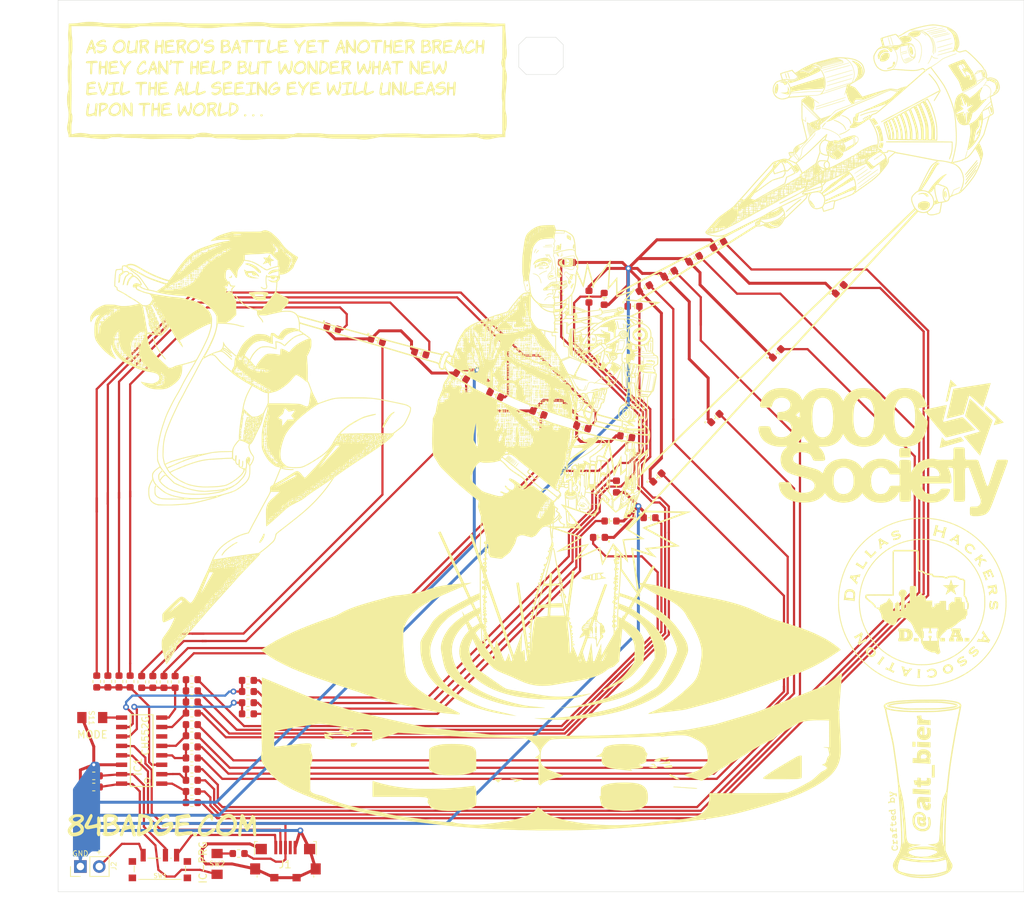
<source format=kicad_pcb>
(kicad_pcb (version 20171130) (host pcbnew "(5.1.0)-1")
  (title_block (title 84_Badge) (rev 1) (company "Created by @alt_bier a.k.a. Richard Gowen") (comment 1 84badge.com))
  (layers (0 F.Cu signal) (31 B.Cu signal) (34 B.Paste user) (35 F.Paste user) (36 B.SilkS user) (37 F.SilkS user) (38 B.Mask user) (39 F.Mask user) (44 Edge.Cuts user))
  (net 0 "")
  (net 1 GND)
  (net 2 V33)
  (net 3 VCC)
  (net 4 "Net-(D141-Pad2)")
  (net 5 "Net-(D142-Pad2)")
  (net 6 "Net-(D151-Pad2)")
  (net 7 "Net-(D152-Pad2)")
  (net 8 "Net-(D153-Pad2)")
  (net 9 "Net-(D154-Pad2)")
  (net 10 "Net-(D161-Pad2)")
  (net 11 "Net-(D162-Pad2)")
  (net 12 "Net-(D171-Pad2)")
  (net 13 "Net-(D172-Pad2)")
  (net 14 "Net-(D301-Pad2)")
  (net 15 "Net-(D302-Pad2)")
  (net 16 "Net-(D303-Pad2)")
  (net 17 "Net-(D304-Pad2)")
  (net 18 "Net-(D311-Pad2)")
  (net 19 "Net-(D312-Pad2)")
  (net 20 "Net-(D313-Pad2)")
  (net 21 "Net-(D314-Pad2)")
  (net 22 "Net-(D321-Pad2)")
  (net 23 "Net-(D322-Pad2)")
  (net 24 "Net-(D331-Pad2)")
  (net 25 "Net-(D332-Pad2)")
  (net 26 "Net-(D341-Pad2)")
  (net 27 "Net-(D342-Pad2)")
  (net 28 D-)
  (net 29 D+)
  (net 30 P3.4)
  (net 31 P3.3)
  (net 32 P1.1)
  (net 33 P3.0)
  (net 34 P3.1)
  (net 35 P1.7)
  (net 36 P1.6)
  (net 37 P1.5)
  (net 38 P1.4)
  (net 39 P3.2)
  (net 40 USB-PWR)
  (net 41 BAT-PWR)
  (net 42 "Net-(R1-Pad2)")
  (module 0_local:LED_0603_1608Metric_lowsilk (layer F.Cu) (at 119.9 69.8 344)
    (fp_text reference D301)
    (fp_text value Yellow)
    (pad 2 smd roundrect (at 0.7875 0 344) (size 0.875 0.95) (layers F.Cu F.Paste F.Mask) (net 14 "Net-(D301-Pad2)"))
    (pad 1 smd roundrect (at -0.7875 0 344) (size 0.875 0.95) (layers F.Cu F.Paste F.Mask) (net 1 GND))
  )
  (module 0_local:84_Badge_Silk_900dpi_127mm (layer F.Cu) (at 141.5 84.5)
    (fp_text reference G*** hide)
    (fp_text value LOGO hide)
  )
  (module 0_local:LED_0603_1608Metric_lowsilk (layer F.Cu) (at 165.456847 80.243153 45)
    (fp_text reference D162)
    (fp_text value Blue)
    (pad 2 smd roundrect (at 0.7875 0 45) (size 0.875 0.95) (layers F.Cu F.Paste F.Mask) (net 11 "Net-(D162-Pad2)"))
    (pad 1 smd roundrect (at -0.7875 0 45) (size 0.875 0.95) (layers F.Cu F.Paste F.Mask) (net 1 GND))
  )
  (module 0_local:LED_0603_1608Metric_lowsilk (layer F.Cu) (at 162.6 58.8 30)
    (fp_text reference D141)
    (fp_text value Blue)
    (pad 2 smd roundrect (at 0.7875 0 30) (size 0.875 0.95) (layers F.Cu F.Paste F.Mask) (net 4 "Net-(D141-Pad2)"))
    (pad 1 smd roundrect (at -0.7875 0 30) (size 0.875 0.95) (layers F.Cu F.Paste F.Mask) (net 1 GND))
  )
  (module 0_local:LED_0603_1608Metric_lowsilk (layer F.Cu) (at 173.747043 71.53352 46)
    (fp_text reference D142)
    (fp_text value Blue)
    (pad 2 smd roundrect (at 0.7875 0 46) (size 0.875 0.95) (layers F.Cu F.Paste F.Mask) (net 5 "Net-(D142-Pad2)"))
    (pad 1 smd roundrect (at -0.7875 0 46) (size 0.875 0.95) (layers F.Cu F.Paste F.Mask) (net 1 GND))
  )
  (module 0_local:LED_0603_1608Metric_lowsilk (layer F.Cu) (at 113.95 68.1 345)
    (fp_text reference D151)
    (fp_text value Yellow)
    (pad 2 smd roundrect (at 0.7875 0 345) (size 0.875 0.95) (layers F.Cu F.Paste F.Mask) (net 6 "Net-(D151-Pad2)"))
    (pad 1 smd roundrect (at -0.7875 0 345) (size 0.875 0.95) (layers F.Cu F.Paste F.Mask) (net 1 GND))
  )
  (module 0_local:LED_0603_1608Metric_lowsilk (layer F.Cu) (at 125.75 71.5 344)
    (fp_text reference D152)
    (fp_text value Yellow)
    (pad 2 smd roundrect (at 0.7875 0 344) (size 0.875 0.95) (layers F.Cu F.Paste F.Mask) (net 7 "Net-(D152-Pad2)"))
    (pad 1 smd roundrect (at -0.7875 0 344) (size 0.875 0.95) (layers F.Cu F.Paste F.Mask) (net 1 GND))
  )
  (module 0_local:LED_0603_1608Metric_lowsilk (layer F.Cu) (at 135.85 77.1 335)
    (fp_text reference D153)
    (fp_text value Yellow)
    (pad 2 smd roundrect (at 0.7875 0 335) (size 0.875 0.95) (layers F.Cu F.Paste F.Mask) (net 8 "Net-(D153-Pad2)"))
    (pad 1 smd roundrect (at -0.7875 0 335) (size 0.875 0.95) (layers F.Cu F.Paste F.Mask) (net 1 GND))
  )
  (module 0_local:LED_0603_1608Metric_lowsilk (layer F.Cu) (at 147.55 81.45 344)
    (fp_text reference D154)
    (fp_text value Yellow)
    (pad 2 smd roundrect (at 0.7875 0 344) (size 0.875 0.95) (layers F.Cu F.Paste F.Mask) (net 9 "Net-(D154-Pad2)"))
    (pad 1 smd roundrect (at -0.7875 0 344) (size 0.875 0.95) (layers F.Cu F.Paste F.Mask) (net 1 GND))
  )
  (module 0_local:LED_0603_1608Metric_lowsilk (layer F.Cu) (at 159.25 60.8 30)
    (fp_text reference D161)
    (fp_text value Blue)
    (pad 2 smd roundrect (at 0.7875 0 30) (size 0.875 0.95) (layers F.Cu F.Paste F.Mask) (net 10 "Net-(D161-Pad2)"))
    (pad 1 smd roundrect (at -0.7875 0 30) (size 0.875 0.95) (layers F.Cu F.Paste F.Mask) (net 1 GND))
  )
  (module 0_local:LED_0603_1608Metric_lowsilk (layer F.Cu) (at 155.9 62.75 30)
    (fp_text reference D171)
    (fp_text value Blue)
    (pad 2 smd roundrect (at 0.7875 0 30) (size 0.875 0.95) (layers F.Cu F.Paste F.Mask) (net 12 "Net-(D171-Pad2)"))
    (pad 1 smd roundrect (at -0.7875 0 30) (size 0.875 0.95) (layers F.Cu F.Paste F.Mask) (net 1 GND))
  )
  (module 0_local:LED_0603_1608Metric_lowsilk (layer F.Cu) (at 157.656847 88.243153 45)
    (fp_text reference D172)
    (fp_text value Blue)
    (pad 2 smd roundrect (at 0.7875 0 45) (size 0.875 0.95) (layers F.Cu F.Paste F.Mask) (net 13 "Net-(D172-Pad2)"))
    (pad 1 smd roundrect (at -0.7875 0 45) (size 0.875 0.95) (layers F.Cu F.Paste F.Mask) (net 1 GND))
  )
  (module 0_local:LED_0603_1608Metric_lowsilk (layer F.Cu) (at 131.25 74.6 328)
    (fp_text reference D302)
    (fp_text value Yellow)
    (pad 2 smd roundrect (at 0.7875 0 328) (size 0.875 0.95) (layers F.Cu F.Paste F.Mask) (net 15 "Net-(D302-Pad2)"))
    (pad 1 smd roundrect (at -0.7875 0 328) (size 0.875 0.95) (layers F.Cu F.Paste F.Mask) (net 1 GND))
  )
  (module 0_local:LED_0603_1608Metric_lowsilk (layer F.Cu) (at 141.65 79.55 340)
    (fp_text reference D303)
    (fp_text value Yellow)
    (pad 2 smd roundrect (at 0.7875 0 340) (size 0.875 0.95) (layers F.Cu F.Paste F.Mask) (net 16 "Net-(D303-Pad2)"))
    (pad 1 smd roundrect (at -0.7875 0 340) (size 0.875 0.95) (layers F.Cu F.Paste F.Mask) (net 1 GND))
  )
  (module 0_local:LED_0603_1608Metric_lowsilk (layer F.Cu) (at 153.45 82.75 351)
    (fp_text reference D304)
    (fp_text value Yellow)
    (pad 2 smd roundrect (at 0.7875 0 351) (size 0.875 0.95) (layers F.Cu F.Paste F.Mask) (net 17 "Net-(D304-Pad2)"))
    (pad 1 smd roundrect (at -0.7875 0 351) (size 0.875 0.95) (layers F.Cu F.Paste F.Mask) (net 1 GND))
  )
  (module 0_local:LED_0603_1608Metric_lowsilk (layer F.Cu) (at 154.45 65.2)
    (fp_text reference D311)
    (fp_text value Red)
    (pad 2 smd roundrect (at 0.7875 0) (size 0.875 0.95) (layers F.Cu F.Paste F.Mask) (net 18 "Net-(D311-Pad2)"))
    (pad 1 smd roundrect (at -0.7875 0) (size 0.875 0.95) (layers F.Cu F.Paste F.Mask) (net 1 GND))
  )
  (module 0_local:LED_0603_1608Metric_lowsilk (layer F.Cu) (at 148.45 63.9 270)
    (fp_text reference D312)
    (fp_text value Red)
    (pad 2 smd roundrect (at 0.7875 0 270) (size 0.875 0.95) (layers F.Cu F.Paste F.Mask) (net 19 "Net-(D312-Pad2)"))
    (pad 1 smd roundrect (at -0.7875 0 270) (size 0.875 0.95) (layers F.Cu F.Paste F.Mask) (net 1 GND))
  )
  (module 0_local:LED_0603_1608Metric_lowsilk (layer F.Cu) (at 156.6 93.65)
    (fp_text reference D313)
    (fp_text value Red)
    (pad 2 smd roundrect (at 0.7875 0) (size 0.875 0.95) (layers F.Cu F.Paste F.Mask) (net 20 "Net-(D313-Pad2)"))
    (pad 1 smd roundrect (at -0.7875 0) (size 0.875 0.95) (layers F.Cu F.Paste F.Mask) (net 1 GND))
  )
  (module 0_local:LED_0603_1608Metric_lowsilk (layer F.Cu) (at 149.8 96.3 180)
    (fp_text reference D314)
    (fp_text value Red)
    (pad 2 smd roundrect (at 0.7875 0 180) (size 0.875 0.95) (layers F.Cu F.Paste F.Mask) (net 21 "Net-(D314-Pad2)"))
    (pad 1 smd roundrect (at -0.7875 0 180) (size 0.875 0.95) (layers F.Cu F.Paste F.Mask) (net 1 GND))
  )
  (module 0_local:LED_0603_1608Metric_lowsilk (layer F.Cu) (at 165.9 56.9 30)
    (fp_text reference D321)
    (fp_text value Blue)
    (pad 2 smd roundrect (at 0.7875 0 30) (size 0.875 0.95) (layers F.Cu F.Paste F.Mask) (net 22 "Net-(D321-Pad2)"))
    (pad 1 smd roundrect (at -0.7875 0 30) (size 0.875 0.95) (layers F.Cu F.Paste F.Mask) (net 1 GND))
  )
  (module 0_local:LED_0603_1608Metric_lowsilk (layer F.Cu) (at 182.2 62.9 47)
    (fp_text reference D322)
    (fp_text value Blue)
    (pad 2 smd roundrect (at 0.7875 0 47) (size 0.875 0.95) (layers F.Cu F.Paste F.Mask) (net 23 "Net-(D322-Pad2)"))
    (pad 1 smd roundrect (at -0.7875 0 47) (size 0.875 0.95) (layers F.Cu F.Paste F.Mask) (net 1 GND))
  )
  (module 0_local:LED_0603_1608Metric_lowsilk (layer F.Cu) (at 145.5 59.3 180)
    (fp_text reference D331)
    (fp_text value Red)
    (pad 2 smd roundrect (at 0.7875 0 180) (size 0.875 0.95) (layers F.Cu F.Paste F.Mask) (net 24 "Net-(D331-Pad2)"))
    (pad 1 smd roundrect (at -0.7875 0 180) (size 0.875 0.95) (layers F.Cu F.Paste F.Mask) (net 1 GND))
  )
  (module 0_local:LED_0603_1608Metric_lowsilk (layer F.Cu) (at 152.15 89.4625 90)
    (fp_text reference D332)
    (fp_text value Red)
    (pad 2 smd roundrect (at 0.7875 0 90) (size 0.875 0.95) (layers F.Cu F.Paste F.Mask) (net 25 "Net-(D332-Pad2)"))
    (pad 1 smd roundrect (at -0.7875 0 90) (size 0.875 0.95) (layers F.Cu F.Paste F.Mask) (net 1 GND))
  )
  (module 0_local:LED_0603_1608Metric_lowsilk (layer F.Cu) (at 150.5 64.2 90)
    (fp_text reference D341)
    (fp_text value Red)
    (pad 2 smd roundrect (at 0.7875 0 90) (size 0.875 0.95) (layers F.Cu F.Paste F.Mask) (net 26 "Net-(D341-Pad2)"))
    (pad 1 smd roundrect (at -0.7875 0 90) (size 0.875 0.95) (layers F.Cu F.Paste F.Mask) (net 1 GND))
  )
  (module 0_local:LED_0603_1608Metric_lowsilk (layer F.Cu) (at 151.35 94.1 180)
    (fp_text reference D342)
    (fp_text value Red)
    (pad 2 smd roundrect (at 0.7875 0 180) (size 0.875 0.95) (layers F.Cu F.Paste F.Mask) (net 27 "Net-(D342-Pad2)"))
    (pad 1 smd roundrect (at -0.7875 0 180) (size 0.875 0.95) (layers F.Cu F.Paste F.Mask) (net 1 GND))
  )
  (module 0_local:SW_TS2306A240GFMSM9_C388290 (layer F.Cu) (at 81.6 120.55 180)
    (fp_text reference S11 (at 0.1 -0.05 -90 unlocked) (layer F.SilkS) (effects (font (size 0.7 0.7) (thickness 0.1))))
    (fp_text value SW_TS2306A)
    (fp_text user MODE (at 0 -2.3 180) (layer F.SilkS))
    (pad 2 smd rect (at 1.4 0 180) (size 1.25 1.5) (layers F.Cu F.Paste F.Mask) (net 1 GND))
    (pad 1 smd rect (at -1.4 0 180) (size 1.25 1.5) (layers F.Cu F.Paste F.Mask) (net 32 P1.1))
  )
  (module 0_local:R_0603_1608Metric (layer F.Cu) (at 88.25 115.75 90)
    (fp_text reference R301)
    (fp_text value "220 Ohms")
    (pad 2 smd roundrect (at 0.7875 0 90) (size 0.875 0.95) (layers F.Cu F.Paste F.Mask) (net 14 "Net-(D301-Pad2)"))
    (pad 1 smd roundrect (at -0.7875 0 90) (size 0.875 0.95) (layers F.Cu F.Paste F.Mask) (net 33 P3.0))
  )
  (module 0_local:R_0603_1608Metric (layer F.Cu) (at 89.75 115.75 90)
    (fp_text reference R302)
    (fp_text value "220 Ohms")
    (pad 2 smd roundrect (at 0.7875 0 90) (size 0.875 0.95) (layers F.Cu F.Paste F.Mask) (net 15 "Net-(D302-Pad2)"))
    (pad 1 smd roundrect (at -0.7875 0 90) (size 0.875 0.95) (layers F.Cu F.Paste F.Mask) (net 33 P3.0))
  )
  (module 0_local:SW_TS2306A240GFMSM9_C388290 (layer F.Cu) (at 98.4 140.25 90)
    (fp_text reference SW2 (at 0 0 unlocked) (layer F.SilkS) (effects (font (size 0.7 0.7) (thickness 0.1))))
    (fp_text value TS2306A)
    (fp_text user IC-PRG (at 0.2 -1.9 90) (layer F.SilkS))
    (pad 1 smd rect (at -1.4 0 90) (size 1.25 1.5) (layers F.Cu F.Paste F.Mask) (net 2 V33))
    (pad 2 smd rect (at 1.4 0 90) (size 1.25 1.5) (layers F.Cu F.Paste F.Mask) (net 42 "Net-(R1-Pad2)"))
  )
  (module 0_local:SW_SPDT_PCM12_C136659 (layer F.Cu) (at 90.7 140.9)
    (fp_text reference SW1 (at -0.925 0.95 unlocked) (layer F.SilkS) (effects (font (size 0.6 0.6) (thickness 0.1)) (justify left)))
    (fp_text value SPDT_C136659)
    (pad "" smd rect (at -3.7 -0.98) (size 1 0.9) (layers F.Cu F.Paste F.Mask))
    (pad "" smd rect (at 3.7 -0.98) (size 1 0.9) (layers F.Cu F.Paste F.Mask))
    (pad "" smd rect (at 3.7 1.23) (size 1 0.9) (layers F.Cu F.Paste F.Mask))
    (pad "" smd rect (at -3.7 1.23) (size 1 0.9) (layers F.Cu F.Paste F.Mask))
    (pad 3 smd rect (at 2.25 -1.83) (size 0.7 1.7) (layers F.Cu F.Paste F.Mask) (net 40 USB-PWR))
    (pad 2 smd rect (at 0.75 -1.83) (size 0.7 1.7) (layers F.Cu F.Paste F.Mask) (net 3 VCC))
    (pad 1 smd rect (at -2.25 -1.83) (size 0.7 1.7) (layers F.Cu F.Paste F.Mask) (net 41 BAT-PWR))
    (pad "" np_thru_hole circle (at 1.5 0.03) (size 0.9 0.9) (drill 0.9) (layers *.Cu *.Mask))
    (pad "" np_thru_hole circle (at -1.5 0.03) (size 0.9 0.9) (drill 0.9) (layers *.Cu *.Mask))
  )
  (module 0_local:C_0603_1608Metric (layer F.Cu) (at 81.8 129.9 180)
    (fp_text reference C1)
    (fp_text value 0.1uF/100nF)
    (pad 2 smd roundrect (at 0.7875 0 180) (size 0.875 0.95) (layers F.Cu F.Paste F.Mask) (net 1 GND))
    (pad 1 smd roundrect (at -0.7875 0 180) (size 0.875 0.95) (layers F.Cu F.Paste F.Mask) (net 2 V33))
  )
  (module 0_local:C_0603_1608Metric (layer F.Cu) (at 81.8 128.4 180)
    (fp_text reference C2)
    (fp_text value 0.1uF/100nF)
    (pad 1 smd roundrect (at -0.7875 0 180) (size 0.875 0.95) (layers F.Cu F.Paste F.Mask) (net 3 VCC))
    (pad 2 smd roundrect (at 0.7875 0 180) (size 0.875 0.95) (layers F.Cu F.Paste F.Mask) (net 1 GND))
  )
  (module 0_local:IC_SOIC-16_3.9x9.9mm_Pitch1.27mm (layer F.Cu) (at 88.25 125 180)
    (fp_text reference IC1 (at 0.5 -3.5 90 unlocked) (layer F.SilkS) (effects (justify left)))
    (fp_text value IC_CH552G)
    (fp_text user CH552G (at -0.5 2 90) (layer F.SilkS) (effects (font (size 0.9 0.9) (thickness 0.135))))
    (pad 16 smd rect (at 2.7 -4.445 180) (size 1.5 0.6) (layers F.Cu F.Paste F.Mask) (net 2 V33))
    (pad 15 smd rect (at 2.7 -3.175 180) (size 1.5 0.6) (layers F.Cu F.Paste F.Mask) (net 3 VCC))
    (pad 14 smd rect (at 2.7 -1.905 180) (size 1.5 0.6) (layers F.Cu F.Paste F.Mask) (net 1 GND))
    (pad 13 smd rect (at 2.7 -0.635 180) (size 1.5 0.6) (layers F.Cu F.Paste F.Mask) (net 28 D-))
    (pad 12 smd rect (at 2.7 0.635 180) (size 1.5 0.6) (layers F.Cu F.Paste F.Mask) (net 29 D+))
    (pad 11 smd rect (at 2.7 1.905 180) (size 1.5 0.6) (layers F.Cu F.Paste F.Mask) (net 30 P3.4))
    (pad 10 smd rect (at 2.7 3.175 180) (size 1.5 0.6) (layers F.Cu F.Paste F.Mask) (net 31 P3.3))
    (pad 9 smd rect (at 2.7 4.445 180) (size 1.5 0.6) (layers F.Cu F.Paste F.Mask) (net 32 P1.1))
    (pad 8 smd rect (at -2.7 4.445 180) (size 1.5 0.6) (layers F.Cu F.Paste F.Mask) (net 33 P3.0))
    (pad 7 smd rect (at -2.7 3.175 180) (size 1.5 0.6) (layers F.Cu F.Paste F.Mask) (net 34 P3.1))
    (pad 6 smd rect (at -2.7 1.905 180) (size 1.5 0.6) (layers F.Cu F.Paste F.Mask))
    (pad 5 smd rect (at -2.7 0.635 180) (size 1.5 0.6) (layers F.Cu F.Paste F.Mask) (net 35 P1.7))
    (pad 4 smd rect (at -2.7 -0.635 180) (size 1.5 0.6) (layers F.Cu F.Paste F.Mask) (net 36 P1.6))
    (pad 3 smd rect (at -2.7 -1.905 180) (size 1.5 0.6) (layers F.Cu F.Paste F.Mask) (net 37 P1.5))
    (pad 2 smd rect (at -2.7 -3.175 180) (size 1.5 0.6) (layers F.Cu F.Paste F.Mask) (net 38 P1.4))
    (pad 1 smd rect (at -2.7 -4.445 180) (size 1.5 0.6) (layers F.Cu F.Paste F.Mask) (net 39 P3.2))
  )
  (module 0_local:USB_Micro-B_Jing (layer F.Cu) (at 107.6 140.15)
    (fp_text reference J1 (at -1 0.175 unlocked) (layer F.SilkS) (effects (justify left)))
    (fp_text value USB_B_Micro)
    (pad 6 smd rect (at 1.5 1.95) (size 1.1 1) (layers F.Cu F.Paste F.Mask) (net 1 GND))
    (pad 6 smd rect (at -1.5 1.95) (size 1.1 1) (layers F.Cu F.Paste F.Mask) (net 1 GND))
    (pad 6 smd rect (at 4.075 0.77) (size 1.35 1.5) (layers F.Cu F.Paste F.Mask) (net 1 GND))
    (pad 6 smd rect (at -4.075 0.77) (size 1.35 1.5) (layers F.Cu F.Paste F.Mask) (net 1 GND))
    (pad "" np_thru_hole circle (at 2 -1.45) (size 0.5 0.5) (drill 0.5) (layers *.Cu *.Mask))
    (pad "" np_thru_hole circle (at -2 -1.45) (size 0.5 0.5) (drill 0.5) (layers *.Cu *.Mask))
    (pad 5 smd rect (at 1.3 -2.1) (size 0.4 1.8) (layers F.Cu F.Paste F.Mask) (net 1 GND))
    (pad 1 smd rect (at -1.3 -2.1) (size 0.4 1.8) (layers F.Cu F.Paste F.Mask) (net 40 USB-PWR))
    (pad 4 smd rect (at 0.65 -2.1) (size 0.4 1.8) (layers F.Cu F.Paste F.Mask))
    (pad 2 smd rect (at -0.65 -2.1) (size 0.4 1.8) (layers F.Cu F.Paste F.Mask) (net 28 D-))
    (pad 3 smd rect (at 0 -2.1) (size 0.4 1.8) (layers F.Cu F.Paste F.Mask) (net 29 D+))
    (pad 6 smd rect (at 3.25 -1.9) (size 1.5 1.4) (layers F.Cu F.Paste F.Mask) (net 1 GND))
    (pad 6 smd rect (at -3.25 -1.9) (size 1.5 1.4) (layers F.Cu F.Paste F.Mask) (net 1 GND))
  )
  (module 0_local:Conn_Pin_Header_Straight_1x02_Pitch2.54mm (layer F.Cu) (at 80 140.6 90)
    (fp_text reference J2 (at -0.6 4.5 90 unlocked) (layer F.SilkS) (effects (font (size 0.7 0.7) (thickness 0.1)) (justify left)))
    (fp_text value Conn_01x02)
    (fp_text user + (at 2 2.5) (layer F.SilkS) (effects (font (size 0.7 0.7) (thickness 0.1))))
    (fp_text user GND (at 1.75 0) (layer F.SilkS) (effects (font (size 0.7 0.7) (thickness 0.1))))
    (pad 2 thru_hole oval (at 0 2.54 90) (size 1.7 1.7) (drill 1) (layers *.Cu *.Mask) (net 41 BAT-PWR))
    (pad 1 thru_hole rect (at 0 0 90) (size 1.7 1.7) (drill 1) (layers *.Cu *.Mask) (net 1 GND))
  )
  (module 0_local:R_0603_1608Metric (layer F.Cu) (at 101.3 138.85 180)
    (fp_text reference R1)
    (fp_text value "10k Ohms")
    (pad 1 smd roundrect (at -0.7875 0 180) (size 0.875 0.95) (layers F.Cu F.Paste F.Mask) (net 29 D+))
    (pad 2 smd roundrect (at 0.7875 0 180) (size 0.875 0.95) (layers F.Cu F.Paste F.Mask) (net 42 "Net-(R1-Pad2)"))
  )
  (module 0_local:R_0603_1608Metric (layer F.Cu) (at 95 129)
    (fp_text reference R141)
    (fp_text value "220 Ohms")
    (pad 1 smd roundrect (at -0.7875 0) (size 0.875 0.95) (layers F.Cu F.Paste F.Mask) (net 38 P1.4))
    (pad 2 smd roundrect (at 0.7875 0) (size 0.875 0.95) (layers F.Cu F.Paste F.Mask) (net 4 "Net-(D141-Pad2)"))
  )
  (module 0_local:R_0603_1608Metric (layer F.Cu) (at 95 127.5)
    (fp_text reference R142)
    (fp_text value "220 Ohms")
    (pad 2 smd roundrect (at 0.7875 0) (size 0.875 0.95) (layers F.Cu F.Paste F.Mask) (net 5 "Net-(D142-Pad2)"))
    (pad 1 smd roundrect (at -0.7875 0) (size 0.875 0.95) (layers F.Cu F.Paste F.Mask) (net 38 P1.4))
  )
  (module 0_local:R_0603_1608Metric (layer F.Cu) (at 86.7 115.7 90)
    (fp_text reference R151)
    (fp_text value "220 Ohms")
    (pad 1 smd roundrect (at -0.7875 0 90) (size 0.875 0.95) (layers F.Cu F.Paste F.Mask) (net 37 P1.5))
    (pad 2 smd roundrect (at 0.7875 0 90) (size 0.875 0.95) (layers F.Cu F.Paste F.Mask) (net 6 "Net-(D151-Pad2)"))
  )
  (module 0_local:R_0603_1608Metric (layer F.Cu) (at 85.2 115.7 90)
    (fp_text reference R152)
    (fp_text value "220 Ohms")
    (pad 1 smd roundrect (at -0.7875 0 90) (size 0.875 0.95) (layers F.Cu F.Paste F.Mask) (net 37 P1.5))
    (pad 2 smd roundrect (at 0.7875 0 90) (size 0.875 0.95) (layers F.Cu F.Paste F.Mask) (net 7 "Net-(D152-Pad2)"))
  )
  (module 0_local:R_0603_1608Metric (layer F.Cu) (at 83.7 115.7 90)
    (fp_text reference R153)
    (fp_text value "220 Ohms")
    (pad 2 smd roundrect (at 0.7875 0 90) (size 0.875 0.95) (layers F.Cu F.Paste F.Mask) (net 8 "Net-(D153-Pad2)"))
    (pad 1 smd roundrect (at -0.7875 0 90) (size 0.875 0.95) (layers F.Cu F.Paste F.Mask) (net 37 P1.5))
  )
  (module 0_local:R_0603_1608Metric (layer F.Cu) (at 82.2 115.7 90)
    (fp_text reference R154)
    (fp_text value "220 Ohms")
    (pad 2 smd roundrect (at 0.7875 0 90) (size 0.875 0.95) (layers F.Cu F.Paste F.Mask) (net 9 "Net-(D154-Pad2)"))
    (pad 1 smd roundrect (at -0.7875 0 90) (size 0.875 0.95) (layers F.Cu F.Paste F.Mask) (net 37 P1.5))
  )
  (module 0_local:R_0603_1608Metric (layer F.Cu) (at 95 126)
    (fp_text reference R161)
    (fp_text value "220 Ohms")
    (pad 1 smd roundrect (at -0.7875 0) (size 0.875 0.95) (layers F.Cu F.Paste F.Mask) (net 36 P1.6))
    (pad 2 smd roundrect (at 0.7875 0) (size 0.875 0.95) (layers F.Cu F.Paste F.Mask) (net 10 "Net-(D161-Pad2)"))
  )
  (module 0_local:R_0603_1608Metric (layer F.Cu) (at 95 124.5)
    (fp_text reference R162)
    (fp_text value "220 Ohms")
    (pad 2 smd roundrect (at 0.7875 0) (size 0.875 0.95) (layers F.Cu F.Paste F.Mask) (net 11 "Net-(D162-Pad2)"))
    (pad 1 smd roundrect (at -0.7875 0) (size 0.875 0.95) (layers F.Cu F.Paste F.Mask) (net 36 P1.6))
  )
  (module 0_local:R_0603_1608Metric (layer F.Cu) (at 95 123)
    (fp_text reference R171)
    (fp_text value "220 Ohms")
    (pad 1 smd roundrect (at -0.7875 0) (size 0.875 0.95) (layers F.Cu F.Paste F.Mask) (net 35 P1.7))
    (pad 2 smd roundrect (at 0.7875 0) (size 0.875 0.95) (layers F.Cu F.Paste F.Mask) (net 12 "Net-(D171-Pad2)"))
  )
  (module 0_local:R_0603_1608Metric (layer F.Cu) (at 95 121.5)
    (fp_text reference R172)
    (fp_text value "220 Ohms")
    (pad 2 smd roundrect (at 0.7875 0) (size 0.875 0.95) (layers F.Cu F.Paste F.Mask) (net 13 "Net-(D172-Pad2)"))
    (pad 1 smd roundrect (at -0.7875 0) (size 0.875 0.95) (layers F.Cu F.Paste F.Mask) (net 35 P1.7))
  )
  (module 0_local:R_0603_1608Metric (layer F.Cu) (at 91.25 115.75 90)
    (fp_text reference R303)
    (fp_text value "220 Ohms")
    (pad 2 smd roundrect (at 0.7875 0 90) (size 0.875 0.95) (layers F.Cu F.Paste F.Mask) (net 16 "Net-(D303-Pad2)"))
    (pad 1 smd roundrect (at -0.7875 0 90) (size 0.875 0.95) (layers F.Cu F.Paste F.Mask) (net 33 P3.0))
  )
  (module 0_local:R_0603_1608Metric (layer F.Cu) (at 92.75 115.75 90)
    (fp_text reference R304)
    (fp_text value "220 Ohms")
    (pad 2 smd roundrect (at 0.7875 0 90) (size 0.875 0.95) (layers F.Cu F.Paste F.Mask) (net 17 "Net-(D304-Pad2)"))
    (pad 1 smd roundrect (at -0.7875 0 90) (size 0.875 0.95) (layers F.Cu F.Paste F.Mask) (net 33 P3.0))
  )
  (module 0_local:R_0603_1608Metric (layer F.Cu) (at 95 119.95)
    (fp_text reference R311)
    (fp_text value "220 Ohms")
    (pad 2 smd roundrect (at 0.7875 0) (size 0.875 0.95) (layers F.Cu F.Paste F.Mask) (net 18 "Net-(D311-Pad2)"))
    (pad 1 smd roundrect (at -0.7875 0) (size 0.875 0.95) (layers F.Cu F.Paste F.Mask) (net 34 P3.1))
  )
  (module 0_local:R_0603_1608Metric (layer F.Cu) (at 95 118.45)
    (fp_text reference R312)
    (fp_text value "220 Ohms")
    (pad 1 smd roundrect (at -0.7875 0) (size 0.875 0.95) (layers F.Cu F.Paste F.Mask) (net 34 P3.1))
    (pad 2 smd roundrect (at 0.7875 0) (size 0.875 0.95) (layers F.Cu F.Paste F.Mask) (net 19 "Net-(D312-Pad2)"))
  )
  (module 0_local:R_0603_1608Metric (layer F.Cu) (at 95 116.95)
    (fp_text reference R313)
    (fp_text value "220 Ohms")
    (pad 2 smd roundrect (at 0.7875 0) (size 0.875 0.95) (layers F.Cu F.Paste F.Mask) (net 20 "Net-(D313-Pad2)"))
    (pad 1 smd roundrect (at -0.7875 0) (size 0.875 0.95) (layers F.Cu F.Paste F.Mask) (net 34 P3.1))
  )
  (module 0_local:R_0603_1608Metric (layer F.Cu) (at 95 115.45)
    (fp_text reference R314)
    (fp_text value "220 Ohms")
    (pad 1 smd roundrect (at -0.7875 0) (size 0.875 0.95) (layers F.Cu F.Paste F.Mask) (net 34 P3.1))
    (pad 2 smd roundrect (at 0.7875 0) (size 0.875 0.95) (layers F.Cu F.Paste F.Mask) (net 21 "Net-(D314-Pad2)"))
  )
  (module 0_local:R_0603_1608Metric (layer F.Cu) (at 95 132)
    (fp_text reference R321)
    (fp_text value "220 Ohms")
    (pad 1 smd roundrect (at -0.7875 0) (size 0.875 0.95) (layers F.Cu F.Paste F.Mask) (net 39 P3.2))
    (pad 2 smd roundrect (at 0.7875 0) (size 0.875 0.95) (layers F.Cu F.Paste F.Mask) (net 22 "Net-(D321-Pad2)"))
  )
  (module 0_local:R_0603_1608Metric (layer F.Cu) (at 95 130.5)
    (fp_text reference R322)
    (fp_text value "220 Ohms")
    (pad 2 smd roundrect (at 0.7875 0) (size 0.875 0.95) (layers F.Cu F.Paste F.Mask) (net 23 "Net-(D322-Pad2)"))
    (pad 1 smd roundrect (at -0.7875 0) (size 0.875 0.95) (layers F.Cu F.Paste F.Mask) (net 39 P3.2))
  )
  (module 0_local:R_0603_1608Metric (layer F.Cu) (at 102.55 115.55)
    (fp_text reference R331)
    (fp_text value "220 Ohms")
    (pad 1 smd roundrect (at -0.7875 0) (size 0.875 0.95) (layers F.Cu F.Paste F.Mask) (net 31 P3.3))
    (pad 2 smd roundrect (at 0.7875 0) (size 0.875 0.95) (layers F.Cu F.Paste F.Mask) (net 24 "Net-(D331-Pad2)"))
  )
  (module 0_local:R_0603_1608Metric (layer F.Cu) (at 102.55 117.05)
    (fp_text reference R332)
    (fp_text value "220 Ohms")
    (pad 2 smd roundrect (at 0.7875 0) (size 0.875 0.95) (layers F.Cu F.Paste F.Mask) (net 25 "Net-(D332-Pad2)"))
    (pad 1 smd roundrect (at -0.7875 0) (size 0.875 0.95) (layers F.Cu F.Paste F.Mask) (net 31 P3.3))
  )
  (module 0_local:R_0603_1608Metric (layer F.Cu) (at 102.55 118.55)
    (fp_text reference R341)
    (fp_text value "220 Ohms")
    (pad 1 smd roundrect (at -0.7875 0) (size 0.875 0.95) (layers F.Cu F.Paste F.Mask) (net 30 P3.4))
    (pad 2 smd roundrect (at 0.7875 0) (size 0.875 0.95) (layers F.Cu F.Paste F.Mask) (net 26 "Net-(D341-Pad2)"))
  )
  (module 0_local:R_0603_1608Metric (layer F.Cu) (at 102.55 120.05)
    (fp_text reference R342)
    (fp_text value "220 Ohms")
    (pad 2 smd roundrect (at 0.7875 0) (size 0.875 0.95) (layers F.Cu F.Paste F.Mask) (net 27 "Net-(D342-Pad2)"))
    (pad 1 smd roundrect (at -0.7875 0) (size 0.875 0.95) (layers F.Cu F.Paste F.Mask) (net 30 P3.4))
  )
  (gr_line (start 139 30) (end 140 29) (layer Edge.Cuts) (width 0.05))
  (gr_line (start 139 33) (end 139 30) (layer Edge.Cuts) (width 0.05))
  (gr_line (start 140 34) (end 139 33) (layer Edge.Cuts) (width 0.05))
  (gr_line (start 144 34) (end 140 34) (layer Edge.Cuts) (width 0.05))
  (gr_line (start 145 33) (end 144 34) (layer Edge.Cuts) (width 0.05))
  (gr_line (start 145 30) (end 145 33) (layer Edge.Cuts) (width 0.05))
  (gr_line (start 144 29) (end 145 30) (layer Edge.Cuts) (width 0.05))
  (gr_line (start 140 29) (end 144 29) (layer Edge.Cuts) (width 0.05))
  (gr_line (start 77 144) (end 207 144) (layer Edge.Cuts) (width 0.05))
  (gr_line (start 77 24) (end 207 24) (layer Edge.Cuts) (width 0.05))
  (gr_line (start 77 144) (end 77 24) (layer Edge.Cuts) (width 0.05))
  (gr_line (start 207 144) (end 207 24) (layer Edge.Cuts) (width 0.05))
  (via (at 155.1 92.1) (size 0.8) (drill 0.4) (layers F.Cu B.Cu) (net 1))
  (via (at 109.6 135.75) (size 0.8) (drill 0.4) (layers F.Cu B.Cu) (net 1))
  (via (at 81.8 126.9) (size 0.8) (drill 0.4) (layers F.Cu B.Cu) (net 1))
  (segment (start 85.55 126.905) (end 81.8 126.9) (width 0.4) (layer F.Cu) (net 1))
  (segment (start 81.0125 129.9) (end 80 129) (width 0.4) (layer F.Cu) (net 1))
  (segment (start 80 129) (end 80 127.6) (width 0.4) (layer F.Cu) (net 1))
  (segment (start 81.0125 128.4) (end 81.008 127.208) (width 0.4) (layer F.Cu) (net 1))
  (segment (start 80 127.6) (end 81.008 127.208) (width 0.4) (layer F.Cu) (net 1))
  (segment (start 81.008 127.208) (end 81.8 126.9) (width 0.4) (layer F.Cu) (net 1))
  (segment (start 80 129.7) (end 81.8 126.9) (width 0.4) (layer B.Cu) (net 1))
  (segment (start 103.525 140.92) (end 100.4 140.25) (width 0.4) (layer F.Cu) (net 1))
  (segment (start 100.4 140.25) (end 96.9 140.25) (width 0.4) (layer F.Cu) (net 1))
  (segment (start 96.9 140.25) (end 96.4 139.65) (width 0.4) (layer F.Cu) (net 1))
  (segment (start 96.4 139.65) (end 96.4 138.25) (width 0.4) (layer F.Cu) (net 1))
  (segment (start 96.4 138.25) (end 97.1 137.55) (width 0.4) (layer F.Cu) (net 1))
  (segment (start 97.1 137.55) (end 102.8 137.55) (width 0.4) (layer F.Cu) (net 1))
  (segment (start 102.8 137.55) (end 104.35 138.25) (width 0.4) (layer F.Cu) (net 1))
  (segment (start 103.525 140.92) (end 106.1 142.1) (width 0.4) (layer F.Cu) (net 1))
  (segment (start 106.1 142.1) (end 109.1 142.1) (width 0.4) (layer F.Cu) (net 1))
  (segment (start 109.1 142.1) (end 111.675 140.92) (width 0.4) (layer F.Cu) (net 1))
  (segment (start 111.675 140.92) (end 110.85 138.25) (width 0.4) (layer F.Cu) (net 1))
  (segment (start 110.85 138.25) (end 109.6 135.75) (width 0.4) (layer F.Cu) (net 1))
  (segment (start 108.9 138.05) (end 109.6 135.75) (width 0.4) (layer F.Cu) (net 1))
  (segment (start 81.8 126.9) (end 81.8 124.45) (width 0.4) (layer F.Cu) (net 1))
  (segment (start 81.8 124.45) (end 80.2 120.55) (width 0.4) (layer F.Cu) (net 1))
  (segment (start 80 138.1) (end 80 140.6) (width 0.4) (layer B.Cu) (net 1))
  (segment (start 80.15 135.75) (end 80 135.6) (width 0.4) (layer B.Cu) (net 1))
  (segment (start 109.6 135.75) (end 80.15 135.75) (width 0.4) (layer B.Cu) (net 1))
  (segment (start 80 138.1) (end 80 135.6) (width 0.4) (layer B.Cu) (net 1))
  (segment (start 155.1 92.1) (end 155.1 109) (width 0.4) (layer B.Cu) (net 1))
  (segment (start 129.3 134.8) (end 80 134.8) (width 0.4) (layer B.Cu) (net 1))
  (segment (start 155.1 109) (end 129.3 134.8) (width 0.4) (layer B.Cu) (net 1))
  (segment (start 80 135.6) (end 80 134.8) (width 0.4) (layer B.Cu) (net 1))
  (segment (start 153.25 90.25) (end 155.1 92.1) (width 0.4) (layer F.Cu) (net 1))
  (segment (start 152.15 90.25) (end 153.25 90.25) (width 0.4) (layer F.Cu) (net 1))
  (segment (start 152.1375 94.1) (end 153.1 94.1) (width 0.4) (layer F.Cu) (net 1))
  (segment (start 153.1 94.1) (end 154.5 92.7) (width 0.4) (layer F.Cu) (net 1))
  (segment (start 154.5 92.7) (end 155.1 92.1) (width 0.4) (layer F.Cu) (net 1))
  (segment (start 98.64 133.7) (end 80 133.7) (width 0.4) (layer B.Cu) (net 1))
  (segment (start 80 134.8) (end 80 133.7) (width 0.4) (layer B.Cu) (net 1))
  (segment (start 85.55 129.445) (end 82.5875 129.9) (width 0.3) (layer F.Cu) (net 2))
  (segment (start 85.55 129.445) (end 86.6 129.5) (width 0.3) (layer F.Cu) (net 2))
  (segment (start 90.1 137.75) (end 90.5 141.05) (width 0.3) (layer F.Cu) (net 2))
  (segment (start 90.5 141.05) (end 91.6 141.95) (width 0.3) (layer F.Cu) (net 2))
  (segment (start 91.6 141.95) (end 92.7 141.95) (width 0.3) (layer F.Cu) (net 2))
  (segment (start 92.7 141.95) (end 93.6 141.05) (width 0.3) (layer F.Cu) (net 2))
  (segment (start 93.6 141.05) (end 96.1 141.05) (width 0.3) (layer F.Cu) (net 2))
  (segment (start 96.1 141.05) (end 98.4 141.65) (width 0.3) (layer F.Cu) (net 2))
  (segment (start 86.6 129.5) (end 87 129.5) (width 0.3) (layer F.Cu) (net 2))
  (segment (start 87 129.5) (end 88 130.5) (width 0.3) (layer F.Cu) (net 2))
  (segment (start 88 135.65) (end 90.1 137.75) (width 0.3) (layer F.Cu) (net 2))
  (segment (start 88 130.5) (end 88 135.65) (width 0.3) (layer F.Cu) (net 2))
  (segment (start 85.55 128.175) (end 82.5875 128.4) (width 0.3) (layer F.Cu) (net 3))
  (segment (start 87.1 128.2) (end 85.55 128.175) (width 0.3) (layer F.Cu) (net 3))
  (segment (start 91.45 138.57) (end 91.464707 138.555293) (width 0.3) (layer F.Cu) (net 3))
  (segment (start 91.45 139.07) (end 91.45 138.57) (width 0.3) (layer F.Cu) (net 3))
  (segment (start 91.464707 138.555293) (end 91.464707 138.164707) (width 0.3) (layer F.Cu) (net 3))
  (segment (start 91.464707 138.164707) (end 88.55 135.25) (width 0.3) (layer F.Cu) (net 3))
  (segment (start 88.55 135.25) (end 88.55 129.65) (width 0.3) (layer F.Cu) (net 3))
  (segment (start 88.55 129.65) (end 87.1 128.2) (width 0.3) (layer F.Cu) (net 3))
  (segment (start 168.375745 63.5) (end 163.281995 58.40625) (width 0.3) (layer F.Cu) (net 4))
  (segment (start 192.9 82.2) (end 174.2 63.5) (width 0.3) (layer F.Cu) (net 4))
  (segment (start 174.2 63.5) (end 168.375745 63.5) (width 0.3) (layer F.Cu) (net 4))
  (segment (start 192.9 103.7) (end 192.9 82.2) (width 0.3) (layer F.Cu) (net 4))
  (segment (start 96.8 129) (end 98 130.2) (width 0.3) (layer F.Cu) (net 4))
  (segment (start 95.7875 129) (end 96.8 129) (width 0.3) (layer F.Cu) (net 4))
  (segment (start 98 130.2) (end 98 132.19288) (width 0.3) (layer F.Cu) (net 4))
  (segment (start 98 132.19288) (end 98.9071 133.09998) (width 0.3) (layer F.Cu) (net 4))
  (segment (start 98.9071 133.09998) (end 163.50002 133.09998) (width 0.3) (layer F.Cu) (net 4))
  (segment (start 163.50002 133.09998) (end 192.9 103.7) (width 0.3) (layer F.Cu) (net 4))
  (segment (start 177.86704 70.96704) (end 174.294086 70.96704) (width 0.3) (layer F.Cu) (net 5))
  (segment (start 192.3 85.4) (end 177.86704 70.96704) (width 0.3) (layer F.Cu) (net 5))
  (segment (start 192.3 103.3) (end 192.3 85.4) (width 0.3) (layer F.Cu) (net 5))
  (segment (start 96.4 127.5) (end 98.5 129.6) (width 0.3) (layer F.Cu) (net 5))
  (segment (start 95.7875 127.5) (end 96.4 127.5) (width 0.3) (layer F.Cu) (net 5))
  (segment (start 98.5 129.6) (end 98.5 131.98576) (width 0.3) (layer F.Cu) (net 5))
  (segment (start 98.5 131.98576) (end 99.11421 132.59997) (width 0.3) (layer F.Cu) (net 5))
  (segment (start 99.11421 132.59997) (end 163.00003 132.59997) (width 0.3) (layer F.Cu) (net 5))
  (segment (start 163.00003 132.59997) (end 192.3 103.3) (width 0.3) (layer F.Cu) (net 5))
  (segment (start 160.350429 60.824684) (end 159.931995 60.40625) (width 0.3) (layer F.Cu) (net 10))
  (segment (start 163.5 63.974255) (end 160.350429 60.824684) (width 0.3) (layer F.Cu) (net 10))
  (segment (start 159.8 65.574255) (end 156.581995 62.35625) (width 0.3) (layer F.Cu) (net 12))
  (segment (start 159.8 80.4) (end 159.8 65.574255) (width 0.3) (layer F.Cu) (net 12))
  (segment (start 174.7 104.172612) (end 158.213694 87.686306) (width 0.3) (layer F.Cu) (net 13))
  (segment (start 96.325 132) (end 98.425 134.1) (width 0.3) (layer F.Cu) (net 22))
  (segment (start 98.425 134.1) (end 164.1 134.1) (width 0.3) (layer F.Cu) (net 22))
  (segment (start 164.1 134.1) (end 194.1 104.1) (width 0.3) (layer F.Cu) (net 22))
  (segment (start 95.7875 132) (end 96.325 132) (width 0.3) (layer F.Cu) (net 22))
  (segment (start 193.5 103.9) (end 193.5 68.6) (width 0.3) (layer F.Cu) (net 23))
  (segment (start 96.7 130.5) (end 97.5 131.3) (width 0.3) (layer F.Cu) (net 23))
  (segment (start 97.5 131.3) (end 97.5 132.4) (width 0.3) (layer F.Cu) (net 23))
  (segment (start 95.7875 130.5) (end 96.7 130.5) (width 0.3) (layer F.Cu) (net 23))
  (segment (start 97.5 132.4) (end 98.69999 133.59999) (width 0.3) (layer F.Cu) (net 23))
  (segment (start 98.69999 133.59999) (end 163.80001 133.59999) (width 0.3) (layer F.Cu) (net 23))
  (segment (start 163.80001 133.59999) (end 193.5 103.9) (width 0.3) (layer F.Cu) (net 23))
  (segment (start 187.630849 62.730849) (end 193.5 68.6) (width 0.3) (layer F.Cu) (net 23))
  (segment (start 183.143864 62.730849) (end 187.630849 62.730849) (width 0.3) (layer F.Cu) (net 23))
  (segment (start 182.737074 62.324059) (end 183.143864 62.730849) (width 0.3) (layer F.Cu) (net 23))
  (segment (start 150.488036 64.875536) (end 150.7 65.0875) (width 0.4) (layer F.Cu) (net 1))
  (segment (start 155.8125 92.8125) (end 155.8125 93.65) (width 0.4) (layer F.Cu) (net 1))
  (segment (start 155.1 92.1) (end 155.8125 92.8125) (width 0.4) (layer F.Cu) (net 1))
  (segment (start 151.8 96.3) (end 150.5875 96.3) (width 0.4) (layer F.Cu) (net 1))
  (segment (start 154.5 92.7) (end 154.5 93.6) (width 0.4) (layer F.Cu) (net 1))
  (segment (start 154.5 93.6) (end 151.8 96.3) (width 0.4) (layer F.Cu) (net 1))
  (segment (start 173.2 72.1) (end 163.4 62.3) (width 0.4) (layer F.Cu) (net 1))
  (segment (start 163.4 60.675745) (end 161.918005 59.19375) (width 0.4) (layer F.Cu) (net 1))
  (segment (start 163.4 62.3) (end 163.4 60.675745) (width 0.4) (layer F.Cu) (net 1))
  (segment (start 181.662926 63.475941) (end 180.286985 62.1) (width 0.4) (layer F.Cu) (net 1))
  (segment (start 170.024255 62.1) (end 165.218005 57.29375) (width 0.4) (layer F.Cu) (net 1))
  (segment (start 180.286985 62.1) (end 170.024255 62.1) (width 0.4) (layer F.Cu) (net 1))
  (segment (start 164.493414 80.393414) (end 164.493414 74.843414) (width 0.4) (layer F.Cu) (net 1))
  (segment (start 164.9 80.8) (end 164.493414 80.393414) (width 0.4) (layer F.Cu) (net 1))
  (segment (start 158.986439 61.612184) (end 158.568005 61.19375) (width 0.4) (layer F.Cu) (net 1))
  (segment (start 161.95 64.575745) (end 158.986439 61.612184) (width 0.4) (layer F.Cu) (net 1))
  (segment (start 161.95 72.3) (end 161.95 64.575745) (width 0.4) (layer F.Cu) (net 1))
  (segment (start 164.493414 74.843414) (end 161.95 72.3) (width 0.4) (layer F.Cu) (net 1))
  (segment (start 156.693414 88.393414) (end 156.693414 87.156586) (width 0.4) (layer F.Cu) (net 1))
  (segment (start 157.1 88.8) (end 156.693414 88.393414) (width 0.4) (layer F.Cu) (net 1))
  (segment (start 156.693414 87.156586) (end 158.2 85.65) (width 0.4) (layer F.Cu) (net 1))
  (segment (start 158.2 66.125745) (end 155.218005 63.14375) (width 0.4) (layer F.Cu) (net 1))
  (segment (start 158.2 85.65) (end 158.2 66.125745) (width 0.4) (layer F.Cu) (net 1))
  (segment (start 165.218005 56.653218) (end 164.814787 56.25) (width 0.4) (layer F.Cu) (net 1))
  (segment (start 165.218005 57.29375) (end 165.218005 56.653218) (width 0.4) (layer F.Cu) (net 1))
  (segment (start 164.814787 56.25) (end 157.6 56.25) (width 0.4) (layer F.Cu) (net 1))
  (segment (start 157.6 56.25) (end 153.75 60.1) (width 0.4) (layer F.Cu) (net 1))
  (segment (start 153.75 60.1) (end 153.7 60.15) (width 0.4) (layer F.Cu) (net 1))
  (via (at 153.75 60.1) (size 0.8) (drill 0.4) (layers F.Cu B.Cu) (net 1))
  (segment (start 154.149999 59.700001) (end 153.75 60.1) (width 0.4) (layer F.Cu) (net 1))
  (segment (start 155.074684 58.775316) (end 154.149999 59.700001) (width 0.4) (layer F.Cu) (net 1))
  (segment (start 161.499571 58.775316) (end 155.074684 58.775316) (width 0.4) (layer F.Cu) (net 1))
  (segment (start 161.918005 59.19375) (end 161.499571 58.775316) (width 0.4) (layer F.Cu) (net 1))
  (segment (start 158.149571 60.775316) (end 155.625316 60.775316) (width 0.4) (layer F.Cu) (net 1))
  (segment (start 158.568005 61.19375) (end 158.149571 60.775316) (width 0.4) (layer F.Cu) (net 1))
  (segment (start 154.95 60.1) (end 153.75 60.1) (width 0.4) (layer F.Cu) (net 1))
  (segment (start 155.625316 60.775316) (end 154.95 60.1) (width 0.4) (layer F.Cu) (net 1))
  (segment (start 155.218005 61.568005) (end 153.75 60.1) (width 0.4) (layer F.Cu) (net 1))
  (segment (start 155.218005 63.14375) (end 155.218005 61.568005) (width 0.4) (layer F.Cu) (net 1))
  (segment (start 153.6625 60.1875) (end 153.75 60.1) (width 0.4) (layer F.Cu) (net 1))
  (segment (start 153.6625 65.2) (end 153.6625 60.1875) (width 0.4) (layer F.Cu) (net 1))
  (segment (start 153.75 60.665685) (end 153.75 60.1) (width 0.4) (layer F.Cu) (net 1))
  (segment (start 153.75 62.3125) (end 153.75 60.665685) (width 0.4) (layer F.Cu) (net 1))
  (segment (start 151.075 64.9875) (end 153.75 62.3125) (width 0.4) (layer F.Cu) (net 1))
  (segment (start 150.5 64.9875) (end 151.075 64.9875) (width 0.4) (layer F.Cu) (net 1))
  (segment (start 153.184315 60.1) (end 153.75 60.1) (width 0.4) (layer F.Cu) (net 1))
  (segment (start 150.925 60.1) (end 153.184315 60.1) (width 0.4) (layer F.Cu) (net 1))
  (segment (start 148.45 62.575) (end 150.925 60.1) (width 0.4) (layer F.Cu) (net 1))
  (segment (start 148.45 63.1125) (end 148.45 62.575) (width 0.4) (layer F.Cu) (net 1))
  (segment (start 152.95 59.3) (end 153.75 60.1) (width 0.4) (layer F.Cu) (net 1))
  (segment (start 146.2875 59.3) (end 152.95 59.3) (width 0.4) (layer F.Cu) (net 1))
  (segment (start 153.75 78.59) (end 151.67 80.67) (width 0.4) (layer B.Cu) (net 1))
  (segment (start 153.75 60.1) (end 153.75 78.59) (width 0.4) (layer B.Cu) (net 1))
  (segment (start 152.1 80.24) (end 151.67 80.67) (width 0.4) (layer B.Cu) (net 1))
  (segment (start 151.67 80.67) (end 98.64 133.7) (width 0.4) (layer B.Cu) (net 1))
  (segment (start 152.129242 82.626808) (end 151.35605 83.4) (width 0.4) (layer F.Cu) (net 1))
  (segment (start 152.672195 82.626808) (end 152.129242 82.626808) (width 0.4) (layer F.Cu) (net 1))
  (segment (start 151.35605 83.4) (end 147.35 83.4) (width 0.4) (layer F.Cu) (net 1))
  (segment (start 146.793006 82.843006) (end 146.793006 81.232936) (width 0.4) (layer F.Cu) (net 1))
  (segment (start 147.35 83.4) (end 146.793006 82.843006) (width 0.4) (layer F.Cu) (net 1))
  (segment (start 146.793006 81.232936) (end 146.793006 79.843006) (width 0.4) (layer F.Cu) (net 1))
  (segment (start 146.793006 79.843006) (end 144.8 77.85) (width 0.4) (layer F.Cu) (net 1))
  (segment (start 142.340651 77.85) (end 140.909992 79.280659) (width 0.4) (layer F.Cu) (net 1))
  (segment (start 144.8 77.85) (end 142.340651 77.85) (width 0.4) (layer F.Cu) (net 1))
  (segment (start 140.909992 79.280659) (end 136.919341 79.280659) (width 0.4) (layer F.Cu) (net 1))
  (segment (start 136.919341 79.280659) (end 135.630659 79.280659) (width 0.4) (layer F.Cu) (net 1))
  (segment (start 134.708142 78.358142) (end 134.925 78.575) (width 0.4) (layer F.Cu) (net 1))
  (segment (start 134.708142 77.195329) (end 134.708142 78.358142) (width 0.4) (layer F.Cu) (net 1))
  (segment (start 135.136283 76.767188) (end 134.708142 77.195329) (width 0.4) (layer F.Cu) (net 1))
  (segment (start 135.630659 79.280659) (end 134.925 78.575) (width 0.4) (layer F.Cu) (net 1))
  (segment (start 134.925 78.575) (end 134.8 78.45) (width 0.4) (layer F.Cu) (net 1))
  (segment (start 118.587876 69.582936) (end 119.143006 69.582936) (width 0.4) (layer F.Cu) (net 1))
  (segment (start 114.284334 69.582936) (end 118.587876 69.582936) (width 0.4) (layer F.Cu) (net 1))
  (segment (start 113.189333 68.487935) (end 114.284334 69.582936) (width 0.4) (layer F.Cu) (net 1))
  (segment (start 113.189333 67.89618) (end 113.189333 68.487935) (width 0.4) (layer F.Cu) (net 1))
  (segment (start 124.568589 70.858519) (end 124.568589 69.918589) (width 0.4) (layer F.Cu) (net 1))
  (segment (start 124.993006 71.282936) (end 124.568589 70.858519) (width 0.4) (layer F.Cu) (net 1))
  (segment (start 124.568589 69.918589) (end 123.15 68.5) (width 0.4) (layer F.Cu) (net 1))
  (segment (start 120.225942 68.5) (end 119.143006 69.582936) (width 0.4) (layer F.Cu) (net 1))
  (segment (start 123.15 68.5) (end 120.225942 68.5) (width 0.4) (layer F.Cu) (net 1))
  (segment (start 129.968146 74.182689) (end 130.582162 74.182689) (width 0.4) (layer F.Cu) (net 1))
  (segment (start 127.298617 74.182689) (end 129.968146 74.182689) (width 0.4) (layer F.Cu) (net 1))
  (segment (start 124.993006 71.877078) (end 127.298617 74.182689) (width 0.4) (layer F.Cu) (net 1))
  (segment (start 124.993006 71.282936) (end 124.993006 71.877078) (width 0.4) (layer F.Cu) (net 1))
  (segment (start 130.997582 73.767269) (end 133.417269 73.767269) (width 0.4) (layer F.Cu) (net 1))
  (segment (start 130.582162 74.182689) (end 130.997582 73.767269) (width 0.4) (layer F.Cu) (net 1))
  (segment (start 133.417269 73.767269) (end 133.417269 73.767269) (width 0.4) (layer F.Cu) (net 1))
  (via (at 133.417269 73.767269) (size 0.8) (drill 0.4) (layers F.Cu B.Cu) (net 1))
  (segment (start 135.136283 75.486283) (end 133.417269 73.767269) (width 0.4) (layer F.Cu) (net 1))
  (segment (start 135.136283 76.767188) (end 135.136283 75.486283) (width 0.4) (layer F.Cu) (net 1))
  (segment (start 133.01727 74.167268) (end 133.01727 97.23273) (width 0.4) (layer B.Cu) (net 1))
  (segment (start 133.417269 73.767269) (end 133.01727 74.167268) (width 0.4) (layer B.Cu) (net 1))
  (segment (start 98.3 131.95) (end 80 131.95) (width 0.4) (layer B.Cu) (net 1))
  (segment (start 133.01727 97.23273) (end 98.3 131.95) (width 0.4) (layer B.Cu) (net 1))
  (segment (start 80 133.7) (end 80 131.95) (width 0.4) (layer B.Cu) (net 1))
  (segment (start 80 131.95) (end 80 129.7) (width 0.4) (layer B.Cu) (net 1))
  (segment (start 86.7 113.25) (end 86.7 114.9125) (width 0.3) (layer F.Cu) (net 6))
  (segment (start 86.7 75.7) (end 86.7 90.8) (width 0.3) (layer F.Cu) (net 6))
  (segment (start 97.05 65.35) (end 86.7 75.7) (width 0.3) (layer F.Cu) (net 6))
  (segment (start 114.95 65.35) (end 97.05 65.35) (width 0.3) (layer F.Cu) (net 6))
  (segment (start 86.7 90.8) (end 86.7 113.25) (width 0.3) (layer F.Cu) (net 6))
  (segment (start 86.7 90.1) (end 86.7 90.8) (width 0.3) (layer F.Cu) (net 6))
  (segment (start 115.2636 68.30382) (end 115.85 67.71742) (width 0.3) (layer F.Cu) (net 6))
  (segment (start 115.85 67.71742) (end 115.85 66.25) (width 0.3) (layer F.Cu) (net 6))
  (segment (start 114.710667 68.30382) (end 115.2636 68.30382) (width 0.3) (layer F.Cu) (net 6))
  (segment (start 115.85 66.25) (end 114.95 65.35) (width 0.3) (layer F.Cu) (net 6))
  (segment (start 95.85 64.7) (end 85.2 75.35) (width 0.3) (layer F.Cu) (net 7))
  (segment (start 85.2 91) (end 85.2 114.9125) (width 0.3) (layer F.Cu) (net 7))
  (segment (start 85.2 90.25) (end 85.2 91) (width 0.3) (layer F.Cu) (net 7))
  (segment (start 85.2 75.35) (end 85.2 91) (width 0.3) (layer F.Cu) (net 7))
  (segment (start 126.506994 71.717064) (end 126.958365 71.265693) (width 0.3) (layer F.Cu) (net 7))
  (segment (start 126.958365 71.265693) (end 126.958365 69.958365) (width 0.3) (layer F.Cu) (net 7))
  (segment (start 126.958365 69.958365) (end 121.7 64.7) (width 0.3) (layer F.Cu) (net 7))
  (segment (start 121.7 64.7) (end 95.85 64.7) (width 0.3) (layer F.Cu) (net 7))
  (segment (start 83.7 75.75) (end 83.7 91.8) (width 0.3) (layer F.Cu) (net 8))
  (segment (start 95.45 64) (end 83.7 75.75) (width 0.3) (layer F.Cu) (net 8))
  (segment (start 83.7 91.8) (end 83.7 114.9125) (width 0.3) (layer F.Cu) (net 8))
  (segment (start 83.7 90.3) (end 83.7 91.8) (width 0.3) (layer F.Cu) (net 8))
  (segment (start 136.563717 77.432812) (end 137.146445 77.432812) (width 0.3) (layer F.Cu) (net 8))
  (segment (start 137.146445 77.432812) (end 137.55 77.029257) (width 0.3) (layer F.Cu) (net 8))
  (segment (start 137.55 77.029257) (end 137.55 70.85) (width 0.3) (layer F.Cu) (net 8))
  (segment (start 130.7 64) (end 95.45 64) (width 0.3) (layer F.Cu) (net 8))
  (segment (start 137.55 70.85) (end 130.7 64) (width 0.3) (layer F.Cu) (net 8))
  (segment (start 82.2 76.35) (end 82.2 92.85) (width 0.3) (layer F.Cu) (net 9))
  (segment (start 95.2 63.35) (end 82.2 76.35) (width 0.3) (layer F.Cu) (net 9))
  (segment (start 82.2 92.85) (end 82.2 114.9125) (width 0.3) (layer F.Cu) (net 9))
  (segment (start 82.2 91) (end 82.2 92.85) (width 0.3) (layer F.Cu) (net 9))
  (segment (start 148.306994 81.667064) (end 149.35 80.624058) (width 0.3) (layer F.Cu) (net 9))
  (segment (start 139.65 71.8) (end 131.2 63.35) (width 0.3) (layer F.Cu) (net 9))
  (segment (start 149.35 80.624058) (end 149.35 79.45) (width 0.3) (layer F.Cu) (net 9))
  (segment (start 131.2 63.35) (end 95.2 63.35) (width 0.3) (layer F.Cu) (net 9))
  (segment (start 149.35 79.45) (end 141.7 71.8) (width 0.3) (layer F.Cu) (net 9))
  (segment (start 141.7 71.8) (end 139.65 71.8) (width 0.3) (layer F.Cu) (net 9))
  (segment (start 176.85 83.15) (end 163.5 69.8) (width 0.3) (layer F.Cu) (net 10))
  (segment (start 165.65 128.8) (end 176.85 117.6) (width 0.3) (layer F.Cu) (net 10))
  (segment (start 163.5 65.8) (end 163.5 63.974255) (width 0.3) (layer F.Cu) (net 10))
  (segment (start 163.5 69.8) (end 163.5 65.8) (width 0.3) (layer F.Cu) (net 10))
  (segment (start 163.5 67.7) (end 163.5 65.8) (width 0.3) (layer F.Cu) (net 10))
  (segment (start 95.7875 126) (end 96.325 126) (width 0.3) (layer F.Cu) (net 10))
  (segment (start 96.325 126) (end 96.325 126.025) (width 0.3) (layer F.Cu) (net 10))
  (segment (start 96.325 126.025) (end 99.1 128.8) (width 0.3) (layer F.Cu) (net 10))
  (segment (start 176.85 117.6) (end 176.85 83.15) (width 0.3) (layer F.Cu) (net 10))
  (segment (start 99.1 128.8) (end 165.65 128.8) (width 0.3) (layer F.Cu) (net 10))
  (segment (start 176.05 89.722612) (end 166.013694 79.686306) (width 0.3) (layer F.Cu) (net 11))
  (segment (start 176.05 117.3) (end 176.05 89.722612) (width 0.3) (layer F.Cu) (net 11))
  (segment (start 165.25 128.1) (end 176.05 117.3) (width 0.3) (layer F.Cu) (net 11))
  (segment (start 99.925 128.1) (end 165.25 128.1) (width 0.3) (layer F.Cu) (net 11))
  (segment (start 95.7875 124.5) (end 96.325 124.5) (width 0.3) (layer F.Cu) (net 11))
  (segment (start 96.325 124.5) (end 99.925 128.1) (width 0.3) (layer F.Cu) (net 11))
  (segment (start 159.8 80.4) (end 159.8 83.5) (width 0.3) (layer F.Cu) (net 12))
  (segment (start 95.7875 123) (end 100.1 127.3125) (width 0.3) (layer F.Cu) (net 12))
  (segment (start 100.1 127.3125) (end 165.14462 127.3125) (width 0.3) (layer F.Cu) (net 12))
  (segment (start 175.200008 98.900008) (end 172.75 96.45) (width 0.3) (layer F.Cu) (net 12))
  (segment (start 165.14462 127.3125) (end 175.200008 117.257112) (width 0.3) (layer F.Cu) (net 12))
  (segment (start 159.8 83.5) (end 172.75 96.45) (width 0.3) (layer F.Cu) (net 12))
  (segment (start 175.200008 117.257112) (end 175.200008 98.900008) (width 0.3) (layer F.Cu) (net 12))
  (segment (start 174.7 117.05) (end 174.7 116.35) (width 0.3) (layer F.Cu) (net 13))
  (segment (start 165.4375 126.3125) (end 174.7 117.05) (width 0.3) (layer F.Cu) (net 13))
  (segment (start 100.6 126.3125) (end 165.4375 126.3125) (width 0.3) (layer F.Cu) (net 13))
  (segment (start 95.7875 121.5) (end 100.6 126.3125) (width 0.3) (layer F.Cu) (net 13))
  (segment (start 174.7 116.9) (end 174.7 116.35) (width 0.3) (layer F.Cu) (net 13))
  (segment (start 174.7 116.35) (end 174.7 104.172612) (width 0.3) (layer F.Cu) (net 13))
  (segment (start 88.25 114.425) (end 93.425 109.25) (width 0.3) (layer F.Cu) (net 14))
  (segment (start 88.25 114.9625) (end 88.25 114.425) (width 0.3) (layer F.Cu) (net 14))
  (segment (start 120.656994 70.017064) (end 120.656994 90.543006) (width 0.3) (layer F.Cu) (net 14))
  (segment (start 120.656994 90.543006) (end 101.95 109.25) (width 0.3) (layer F.Cu) (net 14))
  (segment (start 101.95 109.25) (end 95.05 109.25) (width 0.3) (layer F.Cu) (net 14))
  (segment (start 93.425 109.25) (end 95.05 109.25) (width 0.3) (layer F.Cu) (net 14))
  (segment (start 95.05 109.25) (end 96.65 109.25) (width 0.3) (layer F.Cu) (net 14))
  (segment (start 89.75 114.425) (end 93.925 110.25) (width 0.3) (layer F.Cu) (net 15))
  (segment (start 89.75 114.9625) (end 89.75 114.425) (width 0.3) (layer F.Cu) (net 15))
  (segment (start 131.917838 75.017311) (end 131.917838 80.632162) (width 0.3) (layer F.Cu) (net 15))
  (segment (start 102.3 110.25) (end 96.4 110.25) (width 0.3) (layer F.Cu) (net 15))
  (segment (start 131.917838 80.632162) (end 102.3 110.25) (width 0.3) (layer F.Cu) (net 15))
  (segment (start 93.925 110.25) (end 96.4 110.25) (width 0.3) (layer F.Cu) (net 15))
  (segment (start 96.4 110.25) (end 96.95 110.25) (width 0.3) (layer F.Cu) (net 15))
  (segment (start 141.948903 80.260446) (end 141.948903 86.651097) (width 0.3) (layer F.Cu) (net 16))
  (segment (start 142.390008 79.819341) (end 141.948903 80.260446) (width 0.3) (layer F.Cu) (net 16))
  (segment (start 117.4 111.2) (end 130.45 98.15) (width 0.3) (layer F.Cu) (net 16))
  (segment (start 94.475 111.2) (end 117.4 111.2) (width 0.3) (layer F.Cu) (net 16))
  (segment (start 91.25 114.425) (end 94.475 111.2) (width 0.3) (layer F.Cu) (net 16))
  (segment (start 91.25 114.9625) (end 91.25 114.425) (width 0.3) (layer F.Cu) (net 16))
  (segment (start 141.948903 86.651097) (end 130.45 98.15) (width 0.3) (layer F.Cu) (net 16))
  (segment (start 130.45 98.15) (end 129.7 98.9) (width 0.3) (layer F.Cu) (net 16))
  (segment (start 149.750997 87.35) (end 142.3 87.35) (width 0.3) (layer F.Cu) (net 17))
  (segment (start 154.227805 82.873192) (end 149.750997 87.35) (width 0.3) (layer F.Cu) (net 17))
  (segment (start 117.75 111.9) (end 131.2 98.45) (width 0.3) (layer F.Cu) (net 17))
  (segment (start 95.275 111.9) (end 117.75 111.9) (width 0.3) (layer F.Cu) (net 17))
  (segment (start 92.75 114.425) (end 95.275 111.9) (width 0.3) (layer F.Cu) (net 17))
  (segment (start 92.75 114.9625) (end 92.75 114.425) (width 0.3) (layer F.Cu) (net 17))
  (segment (start 142.3 87.35) (end 131.2 98.45) (width 0.3) (layer F.Cu) (net 17))
  (segment (start 131.2 98.45) (end 130 99.65) (width 0.3) (layer F.Cu) (net 17))
  (segment (start 155.2375 65.2) (end 155.2375 67.7875) (width 0.3) (layer F.Cu) (net 18))
  (segment (start 155.2375 67.7875) (end 155.2375 77.58038) (width 0.3) (layer F.Cu) (net 18))
  (segment (start 155.2375 77.58038) (end 156.45356 78.79644) (width 0.3) (layer F.Cu) (net 18))
  (segment (start 156.70001 85.45711) (end 155.60001 86.55711) (width 0.3) (layer F.Cu) (net 18))
  (segment (start 156.45356 78.79644) (end 156.70001 79.04289) (width 0.3) (layer F.Cu) (net 18))
  (segment (start 156.70001 79.04289) (end 156.70001 85.45711) (width 0.3) (layer F.Cu) (net 18))
  (segment (start 155.60001 86.55711) (end 155.60001 89.49289) (width 0.3) (layer F.Cu) (net 18))
  (segment (start 155.60001 89.49289) (end 157.05356 90.94644) (width 0.3) (layer F.Cu) (net 18))
  (segment (start 158.00356 90.94644) (end 159.2 92.14288) (width 0.3) (layer F.Cu) (net 18))
  (segment (start 157.05356 90.94644) (end 158.00356 90.94644) (width 0.3) (layer F.Cu) (net 18))
  (segment (start 159.2 92.14288) (end 159.2 95.65) (width 0.3) (layer F.Cu) (net 18))
  (segment (start 159.2 95.65) (end 159.2 109.4) (width 0.3) (layer F.Cu) (net 18))
  (segment (start 159.2 109.4) (end 151.725 116.875) (width 0.3) (layer F.Cu) (net 18))
  (segment (start 151.725 116.875) (end 151.6 117) (width 0.3) (layer F.Cu) (net 18))
  (segment (start 145.4 123.2) (end 148.975 119.625) (width 0.3) (layer F.Cu) (net 18))
  (segment (start 99.575 123.2) (end 145.4 123.2) (width 0.3) (layer F.Cu) (net 18))
  (segment (start 96.325 119.95) (end 99.575 123.2) (width 0.3) (layer F.Cu) (net 18))
  (segment (start 95.7875 119.95) (end 96.325 119.95) (width 0.3) (layer F.Cu) (net 18))
  (segment (start 148.65 119.95) (end 148.975 119.625) (width 0.3) (layer F.Cu) (net 18))
  (segment (start 148.975 119.625) (end 151.725 116.875) (width 0.3) (layer F.Cu) (net 18))
  (segment (start 148.45 64.6875) (end 148.45 65.225) (width 0.3) (layer F.Cu) (net 19))
  (segment (start 148.45 65.225) (end 148.45 67.3) (width 0.3) (layer F.Cu) (net 19))
  (segment (start 148.45 67.3) (end 148.45 71.5) (width 0.3) (layer F.Cu) (net 19))
  (segment (start 148.45 71.5) (end 156.2 79.25) (width 0.3) (layer F.Cu) (net 19))
  (segment (start 156.2 79.25) (end 156.2 85.25) (width 0.3) (layer F.Cu) (net 19))
  (segment (start 156.2 85.25) (end 155.2 86.25) (width 0.3) (layer F.Cu) (net 19))
  (segment (start 155.2 86.25) (end 155.1 86.35) (width 0.3) (layer F.Cu) (net 19))
  (segment (start 155.1 86.35) (end 155.1 89.7) (width 0.3) (layer F.Cu) (net 19))
  (segment (start 155.1 89.7) (end 157 91.6) (width 0.3) (layer F.Cu) (net 19))
  (segment (start 157 91.6) (end 157.95 91.6) (width 0.3) (layer F.Cu) (net 19))
  (segment (start 157.95 91.6) (end 158.7 92.35) (width 0.3) (layer F.Cu) (net 19))
  (segment (start 158.7 92.35) (end 158.7 95.7) (width 0.3) (layer F.Cu) (net 19))
  (segment (start 158.7 95.7) (end 158.7 109.19288) (width 0.3) (layer F.Cu) (net 19))
  (segment (start 151.224992 116.667888) (end 151.57144 116.32144) (width 0.3) (layer F.Cu) (net 19))
  (segment (start 149.44288 118.45) (end 151.224992 116.667888) (width 0.3) (layer F.Cu) (net 19))
  (segment (start 151.57144 116.32144) (end 151.39644 116.49644) (width 0.3) (layer F.Cu) (net 19))
  (segment (start 145.19289 122.69999) (end 151.82144 116.07144) (width 0.3) (layer F.Cu) (net 19))
  (segment (start 100.03749 122.69999) (end 145.19289 122.69999) (width 0.3) (layer F.Cu) (net 19))
  (segment (start 95.7875 118.45) (end 100.03749 122.69999) (width 0.3) (layer F.Cu) (net 19))
  (segment (start 158.7 109.19288) (end 151.82144 116.07144) (width 0.3) (layer F.Cu) (net 19))
  (segment (start 151.82144 116.07144) (end 151.57144 116.32144) (width 0.3) (layer F.Cu) (net 19))
  (segment (start 158.19999 94.46249) (end 158.19999 108.98577) (width 0.3) (layer F.Cu) (net 20))
  (segment (start 157.3875 93.65) (end 158.19999 94.46249) (width 0.3) (layer F.Cu) (net 20))
  (segment (start 150.23576 116.95) (end 151.69288 115.49288) (width 0.3) (layer F.Cu) (net 20))
  (segment (start 151.69288 115.49288) (end 151.39288 115.79288) (width 0.3) (layer F.Cu) (net 20))
  (segment (start 144.98578 122.19998) (end 152.21788 114.96788) (width 0.3) (layer F.Cu) (net 20))
  (segment (start 101.03748 122.19998) (end 144.98578 122.19998) (width 0.3) (layer F.Cu) (net 20))
  (segment (start 95.7875 116.95) (end 101.03748 122.19998) (width 0.3) (layer F.Cu) (net 20))
  (segment (start 158.19999 108.98577) (end 152.21788 114.96788) (width 0.3) (layer F.Cu) (net 20))
  (segment (start 152.21788 114.96788) (end 151.69288 115.49288) (width 0.3) (layer F.Cu) (net 20))
  (segment (start 149.0125 96.3) (end 149.0125 97.1625) (width 0.3) (layer F.Cu) (net 21))
  (segment (start 149.0125 97.1625) (end 150.7 98.85) (width 0.3) (layer F.Cu) (net 21))
  (segment (start 150.7 98.85) (end 155.55 98.85) (width 0.3) (layer F.Cu) (net 21))
  (segment (start 155.55 98.85) (end 157.69998 100.99998) (width 0.3) (layer F.Cu) (net 21))
  (segment (start 157.69998 100.99998) (end 157.69998 108.77866) (width 0.3) (layer F.Cu) (net 21))
  (segment (start 151.02864 115.45) (end 152.06432 114.41432) (width 0.3) (layer F.Cu) (net 21))
  (segment (start 157.69998 108.77866) (end 152.06432 114.41432) (width 0.3) (layer F.Cu) (net 21))
  (segment (start 152.06432 114.41432) (end 151.72864 114.75) (width 0.3) (layer F.Cu) (net 21))
  (segment (start 102.03747 121.69997) (end 102.64997 121.69997) (width 0.3) (layer F.Cu) (net 21))
  (segment (start 95.7875 115.45) (end 102.03747 121.69997) (width 0.3) (layer F.Cu) (net 21))
  (segment (start 102.64997 121.69997) (end 144.77867 121.69997) (width 0.3) (layer F.Cu) (net 21))
  (segment (start 144.77867 121.69997) (end 151.61432 114.86432) (width 0.3) (layer F.Cu) (net 21))
  (segment (start 194.1 68.49288) (end 185.85 60.24288) (width 0.3) (layer F.Cu) (net 22))
  (segment (start 194.1 104.1) (end 194.1 68.49288) (width 0.3) (layer F.Cu) (net 22))
  (segment (start 170.318625 60.24288) (end 166.581995 56.50625) (width 0.3) (layer F.Cu) (net 22))
  (segment (start 185.85 60.24288) (end 170.318625 60.24288) (width 0.3) (layer F.Cu) (net 22))
  (segment (start 103.3375 115.55) (end 104.05 115.55) (width 0.3) (layer F.Cu) (net 24))
  (segment (start 104.05 115.55) (end 106.35 117.85) (width 0.3) (layer F.Cu) (net 24))
  (segment (start 106.35 117.85) (end 121.2 117.85) (width 0.3) (layer F.Cu) (net 24))
  (segment (start 126.75 117.85) (end 125.75 117.85) (width 0.3) (layer F.Cu) (net 24))
  (segment (start 148.89998 92.42866) (end 145.74997 95.57867) (width 0.3) (layer F.Cu) (net 24))
  (segment (start 148.89998 90.10002) (end 148.89998 92.42866) (width 0.3) (layer F.Cu) (net 24))
  (segment (start 153.75 86.28576) (end 152.71424 86.28576) (width 0.3) (layer F.Cu) (net 24))
  (segment (start 152.71424 86.28576) (end 148.89998 90.10002) (width 0.3) (layer F.Cu) (net 24))
  (segment (start 125.75 117.85) (end 126.7 117.85) (width 0.3) (layer F.Cu) (net 24))
  (segment (start 121.2 117.85) (end 125.75 117.85) (width 0.3) (layer F.Cu) (net 24))
  (segment (start 144.7125 59.3) (end 144.7125 69.3125) (width 0.3) (layer F.Cu) (net 24))
  (segment (start 144.7125 69.3125) (end 155.19998 79.79998) (width 0.3) (layer F.Cu) (net 24))
  (segment (start 155.19998 79.79998) (end 155.19998 84.83578) (width 0.3) (layer F.Cu) (net 24))
  (segment (start 155.19998 84.83578) (end 153.75 86.28576) (width 0.3) (layer F.Cu) (net 24))
  (segment (start 145.74997 98.85003) (end 145.15 99.45) (width 0.3) (layer F.Cu) (net 24))
  (segment (start 145.74997 95.57867) (end 145.74997 98.85003) (width 0.3) (layer F.Cu) (net 24))
  (segment (start 145.49997 99.10003) (end 145.15 99.45) (width 0.3) (layer F.Cu) (net 24))
  (segment (start 145.15 99.45) (end 126.75 117.85) (width 0.3) (layer F.Cu) (net 24))
  (segment (start 107.8 118.6) (end 122.5 118.6) (width 0.3) (layer F.Cu) (net 25))
  (segment (start 105.425 118.6) (end 107.8 118.6) (width 0.3) (layer F.Cu) (net 25))
  (segment (start 103.875 117.05) (end 105.425 118.6) (width 0.3) (layer F.Cu) (net 25))
  (segment (start 103.3375 117.05) (end 103.875 117.05) (width 0.3) (layer F.Cu) (net 25))
  (segment (start 122.5 118.6) (end 126.9 118.6) (width 0.3) (layer F.Cu) (net 25))
  (segment (start 126.9 118.6) (end 127.2 118.6) (width 0.3) (layer F.Cu) (net 25))
  (segment (start 127.2 118.6) (end 143.25 102.55) (width 0.3) (layer F.Cu) (net 25))
  (segment (start 146.24998 95.78578) (end 146.24998 99.55002) (width 0.3) (layer F.Cu) (net 25))
  (segment (start 143.25 102.55) (end 143.6 102.2) (width 0.3) (layer F.Cu) (net 25))
  (segment (start 152.15 88.675) (end 151.21788 88.675) (width 0.3) (layer F.Cu) (net 25))
  (segment (start 151.21788 88.675) (end 149.39999 90.49289) (width 0.3) (layer F.Cu) (net 25))
  (segment (start 149.39999 90.49289) (end 149.39999 92.63577) (width 0.3) (layer F.Cu) (net 25))
  (segment (start 146.24998 99.55002) (end 143.25 102.55) (width 0.3) (layer F.Cu) (net 25))
  (segment (start 149.39999 92.63577) (end 146.24998 95.78578) (width 0.3) (layer F.Cu) (net 25))
  (segment (start 147.3 63.9) (end 150.0125 63.9) (width 0.3) (layer F.Cu) (net 26))
  (segment (start 146.74999 95.99289) (end 149.9 92.84288) (width 0.3) (layer F.Cu) (net 26))
  (segment (start 127.7 119.35) (end 146.74999 100.30001) (width 0.3) (layer F.Cu) (net 26))
  (segment (start 103.875 118.55) (end 104.675 119.35) (width 0.3) (layer F.Cu) (net 26))
  (segment (start 103.3375 118.55) (end 103.875 118.55) (width 0.3) (layer F.Cu) (net 26))
  (segment (start 104.675 119.35) (end 127.7 119.35) (width 0.3) (layer F.Cu) (net 26))
  (segment (start 154.59999 86.14289) (end 155.69999 85.04289) (width 0.3) (layer F.Cu) (net 26))
  (segment (start 149.9 92.84288) (end 149.9 90.7) (width 0.3) (layer F.Cu) (net 26))
  (segment (start 146.45 64.75) (end 147.3 63.9) (width 0.3) (layer F.Cu) (net 26))
  (segment (start 149.9 90.7) (end 151.1375 89.4625) (width 0.3) (layer F.Cu) (net 26))
  (segment (start 151.1375 89.4625) (end 152.7375 89.4625) (width 0.3) (layer F.Cu) (net 26))
  (segment (start 152.7375 89.4625) (end 154.59999 87.60001) (width 0.3) (layer F.Cu) (net 26))
  (segment (start 154.59999 87.60001) (end 154.59999 86.14289) (width 0.3) (layer F.Cu) (net 26))
  (segment (start 146.74999 100.30001) (end 146.74999 95.99289) (width 0.3) (layer F.Cu) (net 26))
  (segment (start 155.69999 85.04289) (end 155.69999 79.45711) (width 0.3) (layer F.Cu) (net 26))
  (segment (start 150.0125 63.9) (end 150.5 63.4125) (width 0.3) (layer F.Cu) (net 26))
  (segment (start 155.69999 79.45711) (end 146.45 70.20712) (width 0.3) (layer F.Cu) (net 26))
  (segment (start 146.45 70.20712) (end 146.45 64.75) (width 0.3) (layer F.Cu) (net 26))
  (segment (start 150.5625 94.1) (end 150.025 94.1) (width 0.3) (layer F.Cu) (net 27))
  (segment (start 150.025 94.1) (end 149.35 94.1) (width 0.3) (layer F.Cu) (net 27))
  (segment (start 149.35 94.1) (end 147.25 96.2) (width 0.3) (layer F.Cu) (net 27))
  (segment (start 147.25 100.85) (end 147.25 98.75) (width 0.3) (layer F.Cu) (net 27))
  (segment (start 128.05 120.05) (end 147.25 100.85) (width 0.3) (layer F.Cu) (net 27))
  (segment (start 103.3375 120.05) (end 128.05 120.05) (width 0.3) (layer F.Cu) (net 27))
  (segment (start 147.25 96.2) (end 147.25 98.75) (width 0.3) (layer F.Cu) (net 27))
  (segment (start 147.25 98.75) (end 147.25 99.3) (width 0.3) (layer F.Cu) (net 27))
  (segment (start 87 125.7) (end 85.55 125.635) (width 0.3) (layer F.Cu) (net 28))
  (segment (start 89.1 127.8) (end 87 125.7) (width 0.3) (layer F.Cu) (net 28))
  (segment (start 89.1 133.95) (end 89.1 127.8) (width 0.3) (layer F.Cu) (net 28))
  (segment (start 90.8 135.65) (end 89.1 133.95) (width 0.3) (layer F.Cu) (net 28))
  (segment (start 106.95 138.05) (end 106.9 135.65) (width 0.3) (layer F.Cu) (net 28))
  (segment (start 106.9 135.65) (end 90.8 135.65) (width 0.3) (layer F.Cu) (net 28))
  (segment (start 107.6 138.05) (end 107.6 139.65) (width 0.3) (layer F.Cu) (net 29))
  (segment (start 107.6 139.65) (end 107.2 139.95) (width 0.3) (layer F.Cu) (net 29))
  (segment (start 107.2 139.95) (end 106.3 139.95) (width 0.3) (layer F.Cu) (net 29))
  (segment (start 106.3 139.95) (end 105.6 139.55) (width 0.3) (layer F.Cu) (net 29))
  (segment (start 105.6 139.55) (end 103.3 139.55) (width 0.3) (layer F.Cu) (net 29))
  (segment (start 103.3 139.55) (end 102.0875 138.85) (width 0.3) (layer F.Cu) (net 29))
  (segment (start 88.75 125.95) (end 87.2 124.4) (width 0.3) (layer F.Cu) (net 29))
  (segment (start 87.2 124.4) (end 85.55 124.365) (width 0.3) (layer F.Cu) (net 29))
  (segment (start 107.6 134.85) (end 91.05 134.85) (width 0.3) (layer F.Cu) (net 29))
  (segment (start 91.05 134.85) (end 89.60001 133.40001) (width 0.3) (layer F.Cu) (net 29))
  (segment (start 107.6 138.05) (end 107.6 134.85) (width 0.3) (layer F.Cu) (net 29))
  (segment (start 89.60001 133.40001) (end 89.60001 127.59289) (width 0.3) (layer F.Cu) (net 29))
  (segment (start 89.60001 127.59289) (end 88.75 126.74288) (width 0.3) (layer F.Cu) (net 29))
  (segment (start 88.75 126.74288) (end 88.75 125.95) (width 0.3) (layer F.Cu) (net 29))
  (segment (start 101.7625 118.55) (end 101.7625 120.05) (width 0.3) (layer F.Cu) (net 30))
  (segment (start 86.6 123.095) (end 87.6 122.095) (width 0.3) (layer F.Cu) (net 30))
  (segment (start 85.55 123.095) (end 86.6 123.095) (width 0.3) (layer F.Cu) (net 30))
  (segment (start 87.6 122.095) (end 87.6 120.2) (width 0.3) (layer F.Cu) (net 30))
  (segment (start 87.6 120.2) (end 87.6 119.6) (width 0.3) (layer F.Cu) (net 30))
  (segment (start 87.6 119.6) (end 87.6 119.45) (width 0.3) (layer F.Cu) (net 30))
  (segment (start 87.6 119.45) (end 87.25 119.1) (width 0.3) (layer F.Cu) (net 30))
  (segment (start 87.25 119.1) (end 87.25 119.1) (width 0.3) (layer F.Cu) (net 30))
  (via (at 87.25 119.1) (size 0.8) (drill 0.4) (layers F.Cu B.Cu) (net 30))
  (segment (start 101.7625 118.55) (end 101.225 118.55) (width 0.3) (layer F.Cu) (net 30))
  (segment (start 101.225 118.55) (end 100.65 118.55) (width 0.3) (layer F.Cu) (net 30))
  (segment (start 100.65 118.55) (end 100.65 118.55) (width 0.3) (layer F.Cu) (net 30))
  (via (at 100.65 118.55) (size 0.8) (drill 0.4) (layers F.Cu B.Cu) (net 30))
  (segment (start 100.1 119.1) (end 87.25 119.1) (width 0.3) (layer B.Cu) (net 30))
  (segment (start 100.65 118.55) (end 100.1 119.1) (width 0.3) (layer B.Cu) (net 30))
  (segment (start 86.6 121.825) (end 87.05 121.375) (width 0.3) (layer F.Cu) (net 31))
  (segment (start 85.55 121.825) (end 86.6 121.825) (width 0.3) (layer F.Cu) (net 31))
  (segment (start 87.05 121.375) (end 87.05 120.15) (width 0.3) (layer F.Cu) (net 31))
  (segment (start 87.05 120.15) (end 87.05 120.05) (width 0.3) (layer F.Cu) (net 31))
  (segment (start 87.05 120.05) (end 86.15 119.15) (width 0.3) (layer F.Cu) (net 31))
  (segment (start 86.15 119.15) (end 86.15 119.15) (width 0.3) (layer F.Cu) (net 31))
  (via (at 86.15 119.15) (size 0.8) (drill 0.4) (layers F.Cu B.Cu) (net 31))
  (segment (start 100.6 117.05) (end 100.6 117.05) (width 0.3) (layer F.Cu) (net 31))
  (via (at 100.6 117.05) (size 0.8) (drill 0.4) (layers F.Cu B.Cu) (net 31))
  (segment (start 86.15 118.45) (end 86.15 119.15) (width 0.3) (layer B.Cu) (net 31))
  (segment (start 87 117.6) (end 86.15 118.45) (width 0.3) (layer B.Cu) (net 31))
  (segment (start 99.484315 117.6) (end 87 117.6) (width 0.3) (layer B.Cu) (net 31))
  (segment (start 100.6 117.05) (end 100.034315 117.05) (width 0.3) (layer B.Cu) (net 31))
  (segment (start 100.034315 117.05) (end 99.484315 117.6) (width 0.3) (layer B.Cu) (net 31))
  (segment (start 101.7625 117.05) (end 101.7625 115.55) (width 0.3) (layer F.Cu) (net 31))
  (segment (start 100.6 117.05) (end 101.7625 117.05) (width 0.3) (layer F.Cu) (net 31))
  (segment (start 83 120.55) (end 85.55 120.555) (width 0.3) (layer F.Cu) (net 32))
  (segment (start 92.75 116.5375) (end 88.25 116.5375) (width 0.3) (layer F.Cu) (net 33))
  (segment (start 90.95 120.555) (end 91.9 120.55) (width 0.3) (layer F.Cu) (net 33))
  (segment (start 91.9 120.55) (end 92.75 119.4) (width 0.3) (layer F.Cu) (net 33))
  (segment (start 92.75 119.4) (end 92.75 116.5375) (width 0.3) (layer F.Cu) (net 33))
  (segment (start 94.2125 115.45) (end 94.2125 119.95) (width 0.3) (layer F.Cu) (net 34))
  (segment (start 92.3375 121.825) (end 94.2125 119.95) (width 0.3) (layer F.Cu) (net 34))
  (segment (start 90.95 121.825) (end 92.3375 121.825) (width 0.3) (layer F.Cu) (net 34))
  (segment (start 94.2125 123) (end 94.2125 121.5) (width 0.3) (layer F.Cu) (net 35))
  (segment (start 90.95 124.365) (end 92 124.35) (width 0.3) (layer F.Cu) (net 35))
  (segment (start 93.750888 123.461612) (end 94.2125 123) (width 0.3) (layer F.Cu) (net 35))
  (segment (start 92.8625 124.35) (end 93.750888 123.461612) (width 0.3) (layer F.Cu) (net 35))
  (segment (start 92 124.35) (end 92.8625 124.35) (width 0.3) (layer F.Cu) (net 35))
  (segment (start 94.2125 126) (end 94.2125 124.5) (width 0.3) (layer F.Cu) (net 36))
  (segment (start 90.95 125.635) (end 92.35 125.65) (width 0.3) (layer F.Cu) (net 36))
  (segment (start 92.7 126) (end 94.2125 126) (width 0.3) (layer F.Cu) (net 36))
  (segment (start 92.35 125.65) (end 92.7 126) (width 0.3) (layer F.Cu) (net 36))
  (segment (start 90.95 126.905) (end 89.9 126.905) (width 0.3) (layer F.Cu) (net 37))
  (segment (start 82.2 116.4875) (end 86.7 116.4875) (width 0.3) (layer F.Cu) (net 37))
  (segment (start 89.61924 126.905) (end 90.95 126.905) (width 0.3) (layer F.Cu) (net 37))
  (segment (start 89.25001 126.53577) (end 89.61924 126.905) (width 0.3) (layer F.Cu) (net 37))
  (segment (start 89.25001 119.03751) (end 89.25001 126.53577) (width 0.3) (layer F.Cu) (net 37))
  (segment (start 86.7 116.4875) (end 89.25001 119.03751) (width 0.3) (layer F.Cu) (net 37))
  (segment (start 90.95 128.175) (end 92.45 128.15) (width 0.3) (layer F.Cu) (net 38))
  (segment (start 92.45 128.15) (end 93.3625 128.15) (width 0.3) (layer F.Cu) (net 38))
  (segment (start 93.3625 128.15) (end 94.2125 129) (width 0.3) (layer F.Cu) (net 38))
  (segment (start 94.2125 129) (end 94.2125 127.5) (width 0.3) (layer F.Cu) (net 38))
  (segment (start 94.2125 130.5) (end 94.2125 132) (width 0.3) (layer F.Cu) (net 39))
  (segment (start 90.95 129.445) (end 92.35 129.45) (width 0.3) (layer F.Cu) (net 39))
  (segment (start 92.35 129.45) (end 94.2125 130.5) (width 0.3) (layer F.Cu) (net 39))
  (segment (start 106.2 136.35) (end 106.3 138.05) (width 0.3) (layer F.Cu) (net 40))
  (segment (start 92.95 139.07) (end 95 136.35) (width 0.3) (layer F.Cu) (net 40))
  (segment (start 95 136.35) (end 106.2 136.35) (width 0.3) (layer F.Cu) (net 40))
  (segment (start 88.45 139.07) (end 87.9 137.55) (width 0.3) (layer F.Cu) (net 41))
  (segment (start 85.59 137.55) (end 85.9 137.55) (width 0.3) (layer F.Cu) (net 41))
  (segment (start 82.54 140.6) (end 85.59 137.55) (width 0.3) (layer F.Cu) (net 41))
  (segment (start 87.9 137.55) (end 85.9 137.55) (width 0.3) (layer F.Cu) (net 41))
  (segment (start 98.4 138.85) (end 100.5125 138.85) (width 0.3) (layer F.Cu) (net 42))
  (zone (net 1) (net_name GND) (layer B.Cu) (connect_pads (clearance 0.508)) (min_thickness 0.254) (fill yes (arc_segments 32) (thermal_gap 0.508) (thermal_bridge_width 0.508) (smoothing chamfer) (radius 0.1))
    (polygon (pts (xy 79 139.6) (xy 79 130.15) (xy 81.45 126.7) (xy 81.6 126.55) (xy 81.85 126.5) (xy 82.15 126.5) (xy 82.35 126.5) (xy 82.55 126.7) (xy 82.65 127.1) (xy 82.65 127.45) (xy 82.65 138.4) (xy 82.4 138.55) (xy 81.55 138.55) (xy 81 139.05) (xy 81 139.6)))
  )
)
</source>
